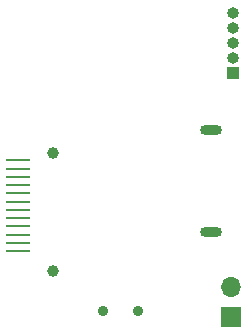
<source format=gbr>
%TF.GenerationSoftware,KiCad,Pcbnew,(6.0.2)*%
%TF.CreationDate,2022-03-05T20:45:56+08:00*%
%TF.ProjectId,screen,73637265-656e-42e6-9b69-6361645f7063,rev?*%
%TF.SameCoordinates,Original*%
%TF.FileFunction,Soldermask,Bot*%
%TF.FilePolarity,Negative*%
%FSLAX46Y46*%
G04 Gerber Fmt 4.6, Leading zero omitted, Abs format (unit mm)*
G04 Created by KiCad (PCBNEW (6.0.2)) date 2022-03-05 20:45:56*
%MOMM*%
%LPD*%
G01*
G04 APERTURE LIST*
%ADD10R,1.000000X1.000000*%
%ADD11O,1.000000X1.000000*%
%ADD12O,1.850000X0.850000*%
%ADD13C,0.900000*%
%ADD14R,1.700000X1.700000*%
%ADD15O,1.700000X1.700000*%
%ADD16C,1.000000*%
%ADD17R,2.000000X0.200000*%
G04 APERTURE END LIST*
D10*
%TO.C,J1*%
X137350000Y-42250000D03*
D11*
X137350000Y-40980000D03*
X137350000Y-39710000D03*
X137350000Y-38440000D03*
X137350000Y-37170000D03*
%TD*%
D12*
%TO.C,J2*%
X135450000Y-47080000D03*
X135450000Y-55720000D03*
%TD*%
D13*
%TO.C,SW1*%
X126320000Y-62410000D03*
X129320000Y-62410000D03*
%TD*%
D14*
%TO.C,J3*%
X137170000Y-62880000D03*
D15*
X137170000Y-60340000D03*
%TD*%
D16*
%TO.C,U3*%
X122110000Y-59000000D03*
X122110000Y-49000000D03*
D17*
X119110000Y-57320000D03*
X119110000Y-56620000D03*
X119110000Y-55920000D03*
X119110000Y-55220000D03*
X119110000Y-54520000D03*
X119110000Y-53820000D03*
X119110000Y-53120000D03*
X119110000Y-52420000D03*
X119110000Y-51720000D03*
X119110000Y-51020000D03*
X119110000Y-50320000D03*
X119110000Y-49620000D03*
%TD*%
M02*

</source>
